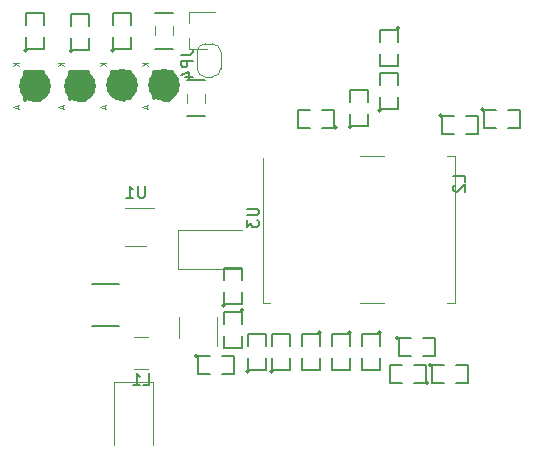
<source format=gbr>
%TF.GenerationSoftware,KiCad,Pcbnew,6.0.4-6f826c9f35~116~ubuntu20.04.1*%
%TF.CreationDate,2022-08-14T20:25:35+00:00*%
%TF.ProjectId,GPS02B,47505330-3242-42e6-9b69-6361645f7063,REV*%
%TF.SameCoordinates,Original*%
%TF.FileFunction,Legend,Bot*%
%TF.FilePolarity,Positive*%
%FSLAX46Y46*%
G04 Gerber Fmt 4.6, Leading zero omitted, Abs format (unit mm)*
G04 Created by KiCad (PCBNEW 6.0.4-6f826c9f35~116~ubuntu20.04.1) date 2022-08-14 20:25:35*
%MOMM*%
%LPD*%
G01*
G04 APERTURE LIST*
%ADD10C,0.304800*%
%ADD11C,0.099060*%
%ADD12C,0.150000*%
%ADD13C,0.120000*%
%ADD14C,2.700000*%
G04 APERTURE END LIST*
D10*
%TO.C,D3*%
X12881428Y34398857D02*
X11357428Y34398857D01*
X11357428Y34036000D01*
X11430000Y33818285D01*
X11575142Y33673142D01*
X11720285Y33600571D01*
X12010571Y33528000D01*
X12228285Y33528000D01*
X12518571Y33600571D01*
X12663714Y33673142D01*
X12808857Y33818285D01*
X12881428Y34036000D01*
X12881428Y34398857D01*
X11357428Y33020000D02*
X11357428Y32076571D01*
X11938000Y32584571D01*
X11938000Y32366857D01*
X12010571Y32221714D01*
X12083142Y32149142D01*
X12228285Y32076571D01*
X12591142Y32076571D01*
X12736285Y32149142D01*
X12808857Y32221714D01*
X12881428Y32366857D01*
X12881428Y32802285D01*
X12808857Y32947428D01*
X12736285Y33020000D01*
D11*
X10725996Y31592278D02*
X10725996Y31354001D01*
X10868962Y31639933D02*
X10368582Y31473140D01*
X10868962Y31306346D01*
X10868962Y35205911D02*
X10368582Y35205911D01*
X10868962Y34919980D02*
X10583030Y35134429D01*
X10368582Y34919980D02*
X10654513Y35205911D01*
D10*
%TO.C,D5*%
X16691428Y34398857D02*
X15167428Y34398857D01*
X15167428Y34036000D01*
X15240000Y33818285D01*
X15385142Y33673142D01*
X15530285Y33600571D01*
X15820571Y33528000D01*
X16038285Y33528000D01*
X16328571Y33600571D01*
X16473714Y33673142D01*
X16618857Y33818285D01*
X16691428Y34036000D01*
X16691428Y34398857D01*
X15167428Y32149142D02*
X15167428Y32874857D01*
X15893142Y32947428D01*
X15820571Y32874857D01*
X15748000Y32729714D01*
X15748000Y32366857D01*
X15820571Y32221714D01*
X15893142Y32149142D01*
X16038285Y32076571D01*
X16401142Y32076571D01*
X16546285Y32149142D01*
X16618857Y32221714D01*
X16691428Y32366857D01*
X16691428Y32729714D01*
X16618857Y32874857D01*
X16546285Y32947428D01*
D11*
X14535996Y31592278D02*
X14535996Y31354001D01*
X14678962Y31639933D02*
X14178582Y31473140D01*
X14678962Y31306346D01*
X14678962Y35205911D02*
X14178582Y35205911D01*
X14678962Y34919980D02*
X14393030Y35134429D01*
X14178582Y34919980D02*
X14464513Y35205911D01*
D10*
%TO.C,D6*%
X23803428Y34430857D02*
X22279428Y34430857D01*
X22279428Y34068000D01*
X22352000Y33850285D01*
X22497142Y33705142D01*
X22642285Y33632571D01*
X22932571Y33560000D01*
X23150285Y33560000D01*
X23440571Y33632571D01*
X23585714Y33705142D01*
X23730857Y33850285D01*
X23803428Y34068000D01*
X23803428Y34430857D01*
X22279428Y32253714D02*
X22279428Y32544000D01*
X22352000Y32689142D01*
X22424571Y32761714D01*
X22642285Y32906857D01*
X22932571Y32979428D01*
X23513142Y32979428D01*
X23658285Y32906857D01*
X23730857Y32834285D01*
X23803428Y32689142D01*
X23803428Y32398857D01*
X23730857Y32253714D01*
X23658285Y32181142D01*
X23513142Y32108571D01*
X23150285Y32108571D01*
X23005142Y32181142D01*
X22932571Y32253714D01*
X22860000Y32398857D01*
X22860000Y32689142D01*
X22932571Y32834285D01*
X23005142Y32906857D01*
X23150285Y32979428D01*
D11*
X21790962Y35237911D02*
X21290582Y35237911D01*
X21790962Y34951980D02*
X21505030Y35166429D01*
X21290582Y34951980D02*
X21576513Y35237911D01*
X21647996Y31624278D02*
X21647996Y31386001D01*
X21790962Y31671933D02*
X21290582Y31505140D01*
X21790962Y31338346D01*
D12*
%TO.C,L1*%
X21378666Y7935619D02*
X21854857Y7935619D01*
X21854857Y8935619D01*
X20521523Y7935619D02*
X21092952Y7935619D01*
X20807238Y7935619D02*
X20807238Y8935619D01*
X20902476Y8792761D01*
X20997714Y8697523D01*
X21092952Y8649904D01*
%TO.C,L2*%
X48622380Y25156666D02*
X48622380Y25632857D01*
X47622380Y25632857D01*
X47717619Y24870952D02*
X47670000Y24823333D01*
X47622380Y24728095D01*
X47622380Y24490000D01*
X47670000Y24394761D01*
X47717619Y24347142D01*
X47812857Y24299523D01*
X47908095Y24299523D01*
X48050952Y24347142D01*
X48622380Y24918571D01*
X48622380Y24299523D01*
%TO.C,U3*%
X30132380Y22871904D02*
X30941904Y22871904D01*
X31037142Y22824285D01*
X31084761Y22776666D01*
X31132380Y22681428D01*
X31132380Y22490952D01*
X31084761Y22395714D01*
X31037142Y22348095D01*
X30941904Y22300476D01*
X30132380Y22300476D01*
X30132380Y21919523D02*
X30132380Y21300476D01*
X30513333Y21633809D01*
X30513333Y21490952D01*
X30560952Y21395714D01*
X30608571Y21348095D01*
X30703809Y21300476D01*
X30941904Y21300476D01*
X31037142Y21348095D01*
X31084761Y21395714D01*
X31132380Y21490952D01*
X31132380Y21776666D01*
X31084761Y21871904D01*
X31037142Y21919523D01*
%TO.C,JP4*%
X24576380Y35885333D02*
X25290666Y35885333D01*
X25433523Y35932952D01*
X25528761Y36028190D01*
X25576380Y36171047D01*
X25576380Y36266285D01*
X25576380Y35409142D02*
X24576380Y35409142D01*
X24576380Y35028190D01*
X24624000Y34932952D01*
X24671619Y34885333D01*
X24766857Y34837714D01*
X24909714Y34837714D01*
X25004952Y34885333D01*
X25052571Y34932952D01*
X25100190Y35028190D01*
X25100190Y35409142D01*
X24909714Y33980571D02*
X25576380Y33980571D01*
X24528761Y34218666D02*
X25243047Y34456761D01*
X25243047Y33837714D01*
%TO.C,U1*%
X21505904Y24783619D02*
X21505904Y23974095D01*
X21458285Y23878857D01*
X21410666Y23831238D01*
X21315428Y23783619D01*
X21124952Y23783619D01*
X21029714Y23831238D01*
X20982095Y23878857D01*
X20934476Y23974095D01*
X20934476Y24783619D01*
X19934476Y23783619D02*
X20505904Y23783619D01*
X20220190Y23783619D02*
X20220190Y24783619D01*
X20315428Y24640761D01*
X20410666Y24545523D01*
X20505904Y24497904D01*
D10*
%TO.C,D4*%
X20247428Y34430857D02*
X18723428Y34430857D01*
X18723428Y34068000D01*
X18796000Y33850285D01*
X18941142Y33705142D01*
X19086285Y33632571D01*
X19376571Y33560000D01*
X19594285Y33560000D01*
X19884571Y33632571D01*
X20029714Y33705142D01*
X20174857Y33850285D01*
X20247428Y34068000D01*
X20247428Y34430857D01*
X19231428Y32253714D02*
X20247428Y32253714D01*
X18650857Y32616571D02*
X19739428Y32979428D01*
X19739428Y32036000D01*
D11*
X18091996Y31624278D02*
X18091996Y31386001D01*
X18234962Y31671933D02*
X17734582Y31505140D01*
X18234962Y31338346D01*
X18234962Y35237911D02*
X17734582Y35237911D01*
X18234962Y34951980D02*
X17949030Y35166429D01*
X17734582Y34951980D02*
X18020513Y35237911D01*
D12*
%TO.C,C3*%
X28194000Y11112500D02*
X29718000Y11112500D01*
X29718000Y13144500D02*
X29718000Y14160500D01*
X28194000Y12128500D02*
X28194000Y11112500D01*
X29718000Y11112500D02*
X29718000Y12128500D01*
X29718000Y14160500D02*
X28194000Y14160500D01*
X28194000Y14160500D02*
X28194000Y13144500D01*
X29845000Y14287500D02*
G75*
G03*
X29845000Y14287500I-127000J0D01*
G01*
%TO.C,C6*%
X42926000Y34353500D02*
X41402000Y34353500D01*
X41402000Y31305500D02*
X42926000Y31305500D01*
X42926000Y31305500D02*
X42926000Y32321500D01*
X42926000Y33337500D02*
X42926000Y34353500D01*
X41402000Y32321500D02*
X41402000Y31305500D01*
X41402000Y34353500D02*
X41402000Y33337500D01*
X41529000Y31178500D02*
G75*
G03*
X41529000Y31178500I-127000J0D01*
G01*
%TO.C,C7*%
X53276500Y29718000D02*
X53276500Y31242000D01*
X53276500Y31242000D02*
X52260500Y31242000D01*
X50228500Y31242000D02*
X50228500Y29718000D01*
X51244500Y31242000D02*
X50228500Y31242000D01*
X52260500Y29718000D02*
X53276500Y29718000D01*
X50228500Y29718000D02*
X51244500Y29718000D01*
X50228500Y31242000D02*
G75*
G03*
X50228500Y31242000I-127000J0D01*
G01*
D13*
%TO.C,D1*%
X24350000Y17760000D02*
X29750000Y17760000D01*
X24350000Y21060000D02*
X29750000Y21060000D01*
X24350000Y17760000D02*
X24350000Y21060000D01*
%TO.C,D2*%
X22224000Y8226000D02*
X22224000Y2826000D01*
X18924000Y8226000D02*
X18924000Y2826000D01*
X18924000Y8226000D02*
X22224000Y8226000D01*
D12*
%TO.C,F1*%
X17063000Y12954000D02*
X19349000Y12954000D01*
X17063000Y16510000D02*
X19349000Y16510000D01*
D13*
%TO.C,L1*%
X20609936Y12028000D02*
X21814064Y12028000D01*
X20609936Y9308000D02*
X21814064Y9308000D01*
D12*
%TO.C,R1*%
X28194000Y14795500D02*
X29718000Y14795500D01*
X28194000Y15811500D02*
X28194000Y14795500D01*
X29718000Y14795500D02*
X29718000Y15811500D01*
X28194000Y17843500D02*
X28194000Y16827500D01*
X29718000Y16827500D02*
X29718000Y17843500D01*
X29718000Y17843500D02*
X28194000Y17843500D01*
X28321000Y14668500D02*
G75*
G03*
X28321000Y14668500I-127000J0D01*
G01*
%TO.C,R2*%
X45783500Y9652000D02*
X45783500Y8128000D01*
X48831500Y8128000D02*
X48831500Y9652000D01*
X45783500Y8128000D02*
X46799500Y8128000D01*
X46799500Y9652000D02*
X45783500Y9652000D01*
X47815500Y8128000D02*
X48831500Y8128000D01*
X48831500Y9652000D02*
X47815500Y9652000D01*
X45783500Y9652000D02*
G75*
G03*
X45783500Y9652000I-127000J0D01*
G01*
%TO.C,R3*%
X42227500Y8128000D02*
X43243500Y8128000D01*
X45275500Y8128000D02*
X45275500Y9652000D01*
X45275500Y9652000D02*
X44259500Y9652000D01*
X44259500Y8128000D02*
X45275500Y8128000D01*
X42227500Y9652000D02*
X42227500Y8128000D01*
X43243500Y9652000D02*
X42227500Y9652000D01*
X45529500Y8128000D02*
G75*
G03*
X45529500Y8128000I-127000J0D01*
G01*
%TO.C,R4*%
X34480500Y29718000D02*
X35496500Y29718000D01*
X35496500Y31242000D02*
X34480500Y31242000D01*
X37528500Y31242000D02*
X36512500Y31242000D01*
X34480500Y31242000D02*
X34480500Y29718000D01*
X36512500Y29718000D02*
X37528500Y29718000D01*
X37528500Y29718000D02*
X37528500Y31242000D01*
X37782500Y29718000D02*
G75*
G03*
X37782500Y29718000I-127000J0D01*
G01*
%TO.C,R6*%
X37338000Y9207500D02*
X38862000Y9207500D01*
X38862000Y9207500D02*
X38862000Y10223500D01*
X38862000Y12255500D02*
X37338000Y12255500D01*
X37338000Y10223500D02*
X37338000Y9207500D01*
X38862000Y11239500D02*
X38862000Y12255500D01*
X37338000Y12255500D02*
X37338000Y11239500D01*
X38989000Y12382500D02*
G75*
G03*
X38989000Y12382500I-127000J0D01*
G01*
%TO.C,R7*%
X36322000Y9207500D02*
X36322000Y10223500D01*
X34798000Y9207500D02*
X36322000Y9207500D01*
X36322000Y11239500D02*
X36322000Y12255500D01*
X36322000Y12255500D02*
X34798000Y12255500D01*
X34798000Y10223500D02*
X34798000Y9207500D01*
X34798000Y12255500D02*
X34798000Y11239500D01*
X36449000Y12382500D02*
G75*
G03*
X36449000Y12382500I-127000J0D01*
G01*
%TO.C,R8*%
X45021500Y10414000D02*
X46037500Y10414000D01*
X42989500Y10414000D02*
X44005500Y10414000D01*
X42989500Y11938000D02*
X42989500Y10414000D01*
X46037500Y10414000D02*
X46037500Y11938000D01*
X46037500Y11938000D02*
X45021500Y11938000D01*
X44005500Y11938000D02*
X42989500Y11938000D01*
X42989500Y11938000D02*
G75*
G03*
X42989500Y11938000I-127000J0D01*
G01*
%TO.C,R9*%
X41402000Y11239500D02*
X41402000Y12255500D01*
X39878000Y12255500D02*
X39878000Y11239500D01*
X41402000Y9207500D02*
X41402000Y10223500D01*
X39878000Y10223500D02*
X39878000Y9207500D01*
X39878000Y9207500D02*
X41402000Y9207500D01*
X41402000Y12255500D02*
X39878000Y12255500D01*
X41529000Y12382500D02*
G75*
G03*
X41529000Y12382500I-127000J0D01*
G01*
%TO.C,R10*%
X11430000Y36385500D02*
X12954000Y36385500D01*
X11430000Y39433500D02*
X11430000Y38417500D01*
X11430000Y37401500D02*
X11430000Y36385500D01*
X12954000Y39433500D02*
X11430000Y39433500D01*
X12954000Y38417500D02*
X12954000Y39433500D01*
X12954000Y36385500D02*
X12954000Y37401500D01*
X11557000Y36258500D02*
G75*
G03*
X11557000Y36258500I-127000J0D01*
G01*
%TO.C,R11*%
X48704500Y29210000D02*
X49720500Y29210000D01*
X46672500Y29210000D02*
X47688500Y29210000D01*
X46672500Y30734000D02*
X46672500Y29210000D01*
X49720500Y30734000D02*
X48704500Y30734000D01*
X47688500Y30734000D02*
X46672500Y30734000D01*
X49720500Y29210000D02*
X49720500Y30734000D01*
X46672500Y30734000D02*
G75*
G03*
X46672500Y30734000I-127000J0D01*
G01*
%TO.C,R13*%
X15240000Y36322000D02*
X16764000Y36322000D01*
X16764000Y38354000D02*
X16764000Y39370000D01*
X15240000Y39370000D02*
X15240000Y38354000D01*
X16764000Y36322000D02*
X16764000Y37338000D01*
X15240000Y37338000D02*
X15240000Y36322000D01*
X16764000Y39370000D02*
X15240000Y39370000D01*
X15367000Y36195000D02*
G75*
G03*
X15367000Y36195000I-127000J0D01*
G01*
D13*
%TO.C,U3*%
X47124000Y27292000D02*
X47734000Y27292000D01*
X39724000Y14872000D02*
X41724000Y14872000D01*
X47124000Y14872000D02*
X47724000Y14872000D01*
X39724000Y27292000D02*
X41724000Y27292000D01*
X47734000Y27292000D02*
X47734000Y14872000D01*
X31514000Y27182000D02*
X31514000Y14872000D01*
X31514000Y14872000D02*
X32124000Y14872000D01*
D12*
%TO.C,C2*%
X25971500Y10414000D02*
X25971500Y8890000D01*
X28003500Y8890000D02*
X29019500Y8890000D01*
X26987500Y10414000D02*
X25971500Y10414000D01*
X29019500Y10414000D02*
X28003500Y10414000D01*
X29019500Y8890000D02*
X29019500Y10414000D01*
X25971500Y8890000D02*
X26987500Y8890000D01*
X25971500Y10414000D02*
G75*
G03*
X25971500Y10414000I-127000J0D01*
G01*
D13*
%TO.C,U2*%
X27584000Y13684000D02*
X27584000Y11234000D01*
X24364000Y11884000D02*
X24364000Y13684000D01*
D12*
%TO.C,R5*%
X38862000Y30924500D02*
X38862000Y29908500D01*
X40386000Y31940500D02*
X40386000Y32956500D01*
X38862000Y29908500D02*
X40386000Y29908500D01*
X38862000Y32956500D02*
X38862000Y31940500D01*
X40386000Y32956500D02*
X38862000Y32956500D01*
X40386000Y29908500D02*
X40386000Y30924500D01*
X38989000Y29781500D02*
G75*
G03*
X38989000Y29781500I-127000J0D01*
G01*
D13*
%TO.C,JP4*%
X26624000Y34033000D02*
X27224000Y34033000D01*
X27924000Y34733000D02*
X27924000Y36133000D01*
X27224000Y36833000D02*
X26624000Y36833000D01*
X25924000Y36133000D02*
X25924000Y34733000D01*
X27224000Y34033000D02*
G75*
G03*
X27924000Y34733000I0J700000D01*
G01*
X25924000Y34733000D02*
G75*
G03*
X26624000Y34033000I700000J0D01*
G01*
X26624000Y36833000D02*
G75*
G03*
X25924000Y36133000I-1J-699999D01*
G01*
X27924000Y36133000D02*
G75*
G03*
X27224000Y36833000I-699999J1D01*
G01*
D12*
%TO.C,C4*%
X30226000Y12255500D02*
X30226000Y11239500D01*
X31750000Y11239500D02*
X31750000Y12255500D01*
X31750000Y12255500D02*
X30226000Y12255500D01*
X30226000Y10223500D02*
X30226000Y9207500D01*
X31750000Y9207500D02*
X31750000Y10223500D01*
X30226000Y9207500D02*
X31750000Y9207500D01*
X30353000Y9080500D02*
G75*
G03*
X30353000Y9080500I-127000J0D01*
G01*
D13*
%TO.C,U1*%
X19844000Y22946000D02*
X22294000Y22946000D01*
X21644000Y19726000D02*
X19844000Y19726000D01*
D12*
%TO.C,C5*%
X32258000Y12255500D02*
X32258000Y11239500D01*
X33782000Y11239500D02*
X33782000Y12255500D01*
X32258000Y9207500D02*
X33782000Y9207500D01*
X33782000Y12255500D02*
X32258000Y12255500D01*
X32258000Y10223500D02*
X32258000Y9207500D01*
X33782000Y9207500D02*
X33782000Y10223500D01*
X32385000Y9080500D02*
G75*
G03*
X32385000Y9080500I-127000J0D01*
G01*
%TO.C,R15*%
X42926000Y37020500D02*
X42926000Y38036500D01*
X41402000Y34988500D02*
X42926000Y34988500D01*
X42926000Y34988500D02*
X42926000Y36004500D01*
X41402000Y38036500D02*
X41402000Y37020500D01*
X41402000Y36004500D02*
X41402000Y34988500D01*
X42926000Y38036500D02*
X41402000Y38036500D01*
X43053000Y38163500D02*
G75*
G03*
X43053000Y38163500I-127000J0D01*
G01*
%TO.C,R12*%
X18796000Y39433500D02*
X18796000Y38417500D01*
X20320000Y38417500D02*
X20320000Y39433500D01*
X20320000Y39433500D02*
X18796000Y39433500D01*
X18796000Y37401500D02*
X18796000Y36385500D01*
X20320000Y36385500D02*
X20320000Y37401500D01*
X18796000Y36385500D02*
X20320000Y36385500D01*
X18923000Y36258500D02*
G75*
G03*
X18923000Y36258500I-127000J0D01*
G01*
%TO.C,R16*%
X23862000Y39476500D02*
X22338000Y39476500D01*
D13*
X23862000Y38333500D02*
X23862000Y37571500D01*
D12*
X22338000Y36428500D02*
X23862000Y36428500D01*
D13*
X22338000Y38333500D02*
X22338000Y37571500D01*
%TO.C,R14*%
X25078000Y31816500D02*
X25078000Y32578500D01*
D12*
X25078000Y30673500D02*
X26602000Y30673500D01*
D13*
X26602000Y31816500D02*
X26602000Y32578500D01*
D12*
X26602000Y33721500D02*
X25078000Y33721500D01*
D13*
%TO.C,Q1*%
X25275000Y36393000D02*
X25275000Y37323000D01*
X25275000Y39553000D02*
X25275000Y38623000D01*
X25275000Y36393000D02*
X26735000Y36393000D01*
X25275000Y39553000D02*
X27435000Y39553000D01*
%TD*%
D14*
%TO.C,D3*%
X12192000Y33274000D03*
%TD*%
%TO.C,D5*%
X16002000Y33274000D03*
%TD*%
%TO.C,D6*%
X23114000Y33306000D03*
%TD*%
%TO.C,D4*%
X19558000Y33306000D03*
%TD*%
M02*

</source>
